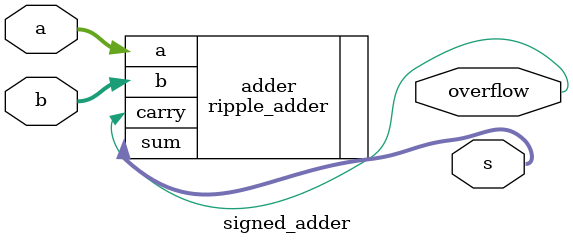
<source format=v>

module signed_adder(input [7:0] a,
    input [7:0] b,
    output [7:0] s,
    output overflow
); 

// The numbers a and b are added to the output s. 
// assign the occurence of the signed overflow of a and b to the output overflow.
// a signed overflow occurs if the most significant bits of a and b are low and the most significant bit of s is high
// a signed overflow may also occur if the most significant bits of a and b are high and the most significant bit of s is low


// Create a 8-bit ripple adder
ripple_adder adder(
.a(a),
.b(b),
.sum(s),
.carry(overflow)
);

endmodule

</source>
